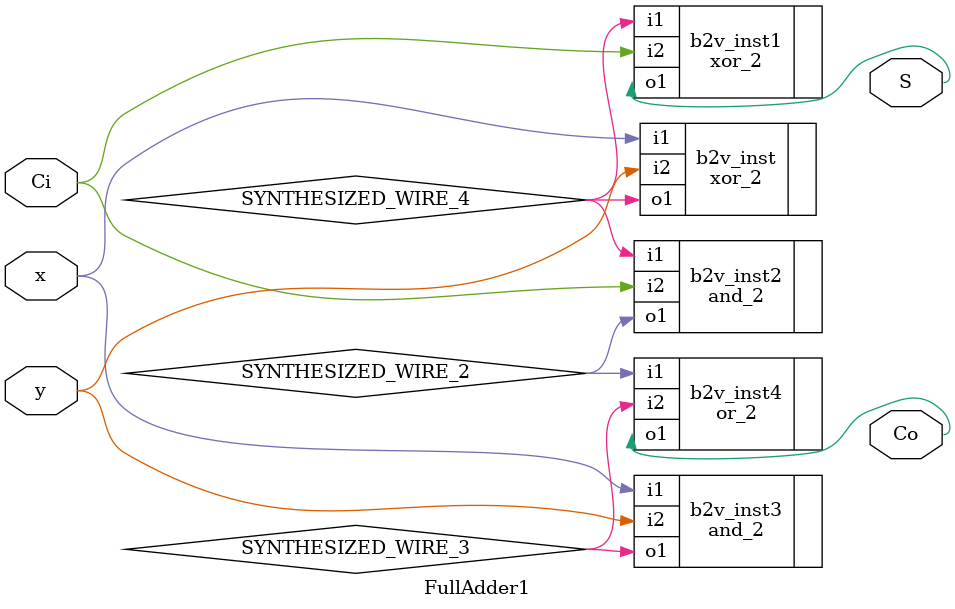
<source format=v>


module FullAdder1(
	Ci,
	x,
	y,
	S,
	Co
);


input wire	Ci;
input wire	x;
input wire	y;
output wire	S;
output wire	Co;

wire	SYNTHESIZED_WIRE_4;
wire	SYNTHESIZED_WIRE_2;
wire	SYNTHESIZED_WIRE_3;





xor_2	b2v_inst(
	.i1(x),
	.i2(y),
	.o1(SYNTHESIZED_WIRE_4));


xor_2	b2v_inst1(
	.i1(SYNTHESIZED_WIRE_4),
	.i2(Ci),
	.o1(S));


and_2	b2v_inst2(
	.i1(SYNTHESIZED_WIRE_4),
	.i2(Ci),
	.o1(SYNTHESIZED_WIRE_2));


and_2	b2v_inst3(
	.i1(x),
	.i2(y),
	.o1(SYNTHESIZED_WIRE_3));


or_2	b2v_inst4(
	.i1(SYNTHESIZED_WIRE_2),
	.i2(SYNTHESIZED_WIRE_3),
	.o1(Co));


endmodule

</source>
